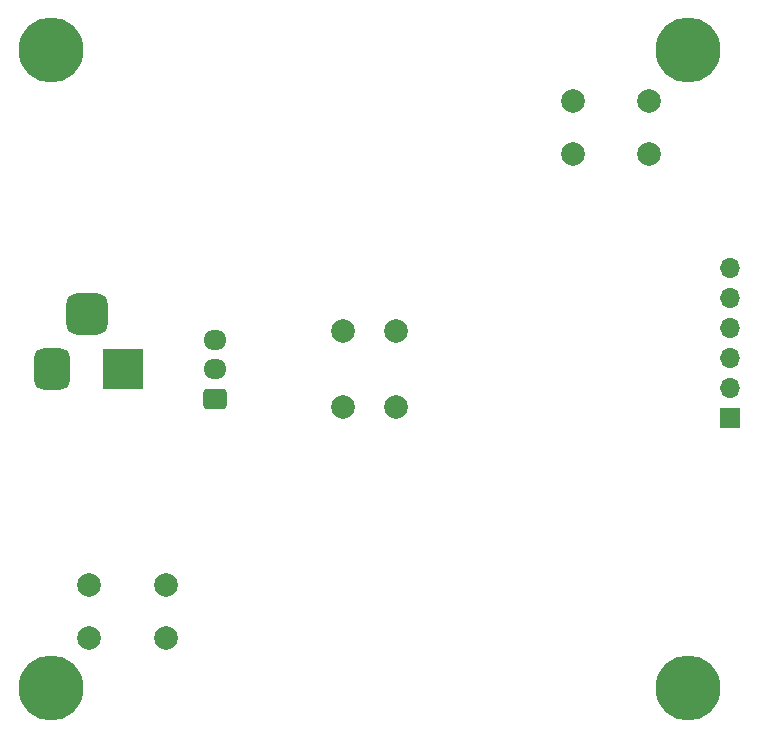
<source format=gbs>
G04 #@! TF.GenerationSoftware,KiCad,Pcbnew,9.0.1*
G04 #@! TF.CreationDate,2025-05-08T20:40:17+10:00*
G04 #@! TF.ProjectId,MooresESP32,4d6f6f72-6573-4455-9350-33322e6b6963,rev?*
G04 #@! TF.SameCoordinates,Original*
G04 #@! TF.FileFunction,Soldermask,Bot*
G04 #@! TF.FilePolarity,Negative*
%FSLAX46Y46*%
G04 Gerber Fmt 4.6, Leading zero omitted, Abs format (unit mm)*
G04 Created by KiCad (PCBNEW 9.0.1) date 2025-05-08 20:40:17*
%MOMM*%
%LPD*%
G01*
G04 APERTURE LIST*
G04 Aperture macros list*
%AMRoundRect*
0 Rectangle with rounded corners*
0 $1 Rounding radius*
0 $2 $3 $4 $5 $6 $7 $8 $9 X,Y pos of 4 corners*
0 Add a 4 corners polygon primitive as box body*
4,1,4,$2,$3,$4,$5,$6,$7,$8,$9,$2,$3,0*
0 Add four circle primitives for the rounded corners*
1,1,$1+$1,$2,$3*
1,1,$1+$1,$4,$5*
1,1,$1+$1,$6,$7*
1,1,$1+$1,$8,$9*
0 Add four rect primitives between the rounded corners*
20,1,$1+$1,$2,$3,$4,$5,0*
20,1,$1+$1,$4,$5,$6,$7,0*
20,1,$1+$1,$6,$7,$8,$9,0*
20,1,$1+$1,$8,$9,$2,$3,0*%
G04 Aperture macros list end*
%ADD10C,5.500000*%
%ADD11C,2.000000*%
%ADD12R,1.700000X1.700000*%
%ADD13O,1.700000X1.700000*%
%ADD14R,3.500000X3.500000*%
%ADD15RoundRect,0.750000X-0.750000X-1.000000X0.750000X-1.000000X0.750000X1.000000X-0.750000X1.000000X0*%
%ADD16RoundRect,0.875000X-0.875000X-0.875000X0.875000X-0.875000X0.875000X0.875000X-0.875000X0.875000X0*%
%ADD17RoundRect,0.250000X0.725000X-0.600000X0.725000X0.600000X-0.725000X0.600000X-0.725000X-0.600000X0*%
%ADD18O,1.950000X1.700000*%
G04 APERTURE END LIST*
D10*
G04 #@! TO.C,H2*
X175500000Y-78000000D03*
G04 #@! TD*
G04 #@! TO.C,H4*
X121500000Y-132000000D03*
G04 #@! TD*
G04 #@! TO.C,H3*
X175500000Y-132000000D03*
G04 #@! TD*
D11*
G04 #@! TO.C,SW1*
X165700000Y-82300000D03*
X172200000Y-82300000D03*
X165700000Y-86800000D03*
X172200000Y-86800000D03*
G04 #@! TD*
D12*
G04 #@! TO.C,J8*
X179000000Y-109160000D03*
D13*
X179000000Y-106620000D03*
X179000000Y-104080000D03*
X179000000Y-101540000D03*
X179000000Y-99000000D03*
X179000000Y-96460000D03*
G04 #@! TD*
D11*
G04 #@! TO.C,SW2*
X146250000Y-108239902D03*
X146250000Y-101739902D03*
X150750000Y-108239902D03*
X150750000Y-101739902D03*
G04 #@! TD*
D10*
G04 #@! TO.C,H1*
X121500000Y-78000000D03*
G04 #@! TD*
D11*
G04 #@! TO.C,SW3*
X124750000Y-123250000D03*
X131250000Y-123250000D03*
X124750000Y-127750000D03*
X131250000Y-127750000D03*
G04 #@! TD*
D14*
G04 #@! TO.C,J1*
X127600000Y-105000000D03*
D15*
X121600000Y-105000000D03*
D16*
X124600000Y-100300000D03*
G04 #@! TD*
D17*
G04 #@! TO.C,J3*
X135467500Y-107500000D03*
D18*
X135467500Y-105000000D03*
X135467500Y-102500000D03*
G04 #@! TD*
M02*

</source>
